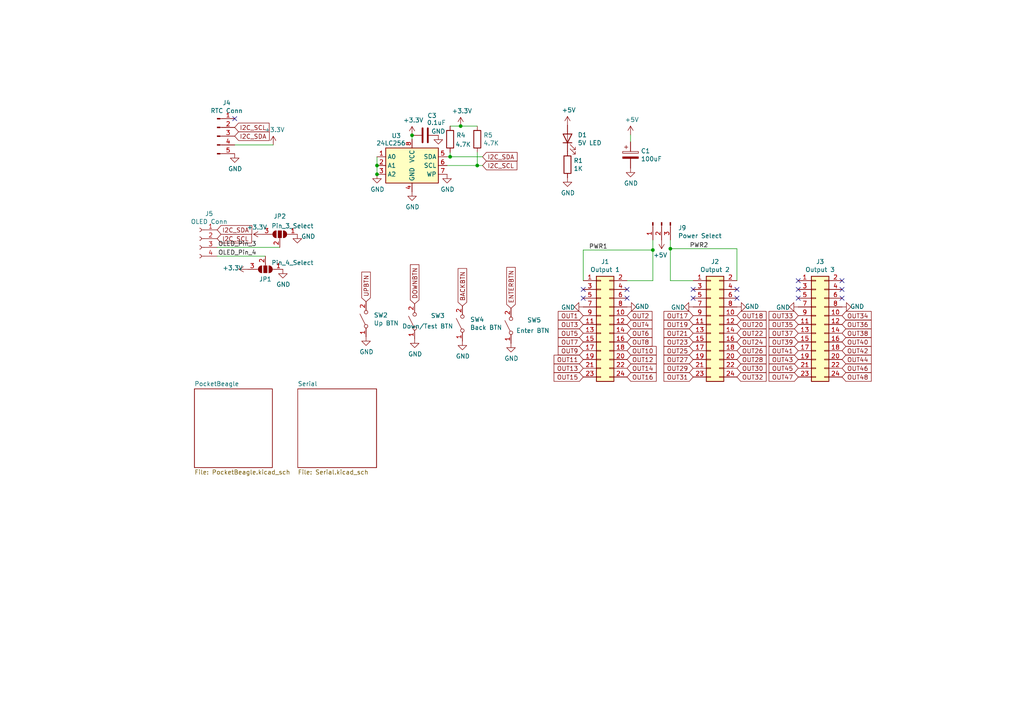
<source format=kicad_sch>
(kicad_sch (version 20211123) (generator eeschema)
  (paper "A4")
  (title_block (title "BBB 16 Flex") (date "2021-05-12") (rev "v2") (company "Scott Hanson"))
  (lib_symbols
    (symbol "BBB_16_Flex-rescue:CP-Device" (pin_numbers hide) (pin_names (offset 0.254))
      (property "Reference" "C" (at 0.635 2.54 0))
      (property "Value" "CP-Device" (at 0.635 -2.54 0))
      (symbol "CP-Device_0_1"
        (rectangle (start -2.286 0.508) (end 2.286 1.016))
        (polyline (pts (xy -1.778 2.286) (xy -0.762 2.286)))
        (polyline (pts (xy -1.27 2.794) (xy -1.27 1.778)))
        (rectangle (start 2.286 -0.508) (end -2.286 -1.016) (fill (type outline)))
      )
      (symbol "CP-Device_1_1"
        (pin passive line (at 0 3.81 270) (length 2.794) (name "~") (number "1"))
        (pin passive line (at 0 -3.81 90) (length 2.794) (name "~") (number "2"))
      )
    )
    (symbol "Connector:Conn_01x03_Male" (pin_names (offset 1.016) hide)
      (property "Reference" "J" (at 0 5.08 0))
      (property "Value" "Conn_01x03_Male" (at 0 -5.08 0))
      (symbol "Conn_01x03_Male_1_1"
        (polyline (pts (xy 1.27 -2.54) (xy 0.8636 -2.54)) (stroke (width 0.1524)))
        (polyline (pts (xy 1.27 0) (xy 0.8636 0)) (stroke (width 0.1524)))
        (polyline (pts (xy 1.27 2.54) (xy 0.8636 2.54)) (stroke (width 0.1524)))
        (rectangle (start 0.8636 -2.413) (end 0 -2.667) (stroke (width 0.1524)) (fill (type outline)))
        (rectangle (start 0.8636 0.127) (end 0 -0.127) (stroke (width 0.1524)) (fill (type outline)))
        (rectangle (start 0.8636 2.667) (end 0 2.413) (stroke (width 0.1524)) (fill (type outline)))
        (pin passive line (at 5.08 2.54 180) (length 3.81) (name "Pin_1") (number "1"))
        (pin passive line (at 5.08 0 180) (length 3.81) (name "Pin_2") (number "2"))
        (pin passive line (at 5.08 -2.54 180) (length 3.81) (name "Pin_3") (number "3"))
      )
    )
    (symbol "Connector:Conn_01x04_Female" (pin_names (offset 1.016) hide)
      (property "Reference" "J" (at 0 5.08 0))
      (property "Value" "Conn_01x04_Female" (at 0 -7.62 0))
      (symbol "Conn_01x04_Female_1_1"
        (arc (start 0 -4.572) (mid -0.508 -5.08) (end 0 -5.588) (stroke (width 0.1524)))
        (arc (start 0 -2.032) (mid -0.508 -2.54) (end 0 -3.048) (stroke (width 0.1524)))
        (polyline (pts (xy -1.27 -5.08) (xy -0.508 -5.08)) (stroke (width 0.1524)))
        (polyline (pts (xy -1.27 -2.54) (xy -0.508 -2.54)) (stroke (width 0.1524)))
        (polyline (pts (xy -1.27 0) (xy -0.508 0)) (stroke (width 0.1524)))
        (polyline (pts (xy -1.27 2.54) (xy -0.508 2.54)) (stroke (width 0.1524)))
        (arc (start 0 0.508) (mid -0.508 0) (end 0 -0.508) (stroke (width 0.1524)))
        (arc (start 0 3.048) (mid -0.508 2.54) (end 0 2.032) (stroke (width 0.1524)))
        (pin passive line (at -5.08 2.54 0) (length 3.81) (name "Pin_1") (number "1"))
        (pin passive line (at -5.08 0 0) (length 3.81) (name "Pin_2") (number "2"))
        (pin passive line (at -5.08 -2.54 0) (length 3.81) (name "Pin_3") (number "3"))
        (pin passive line (at -5.08 -5.08 0) (length 3.81) (name "Pin_4") (number "4"))
      )
    )
    (symbol "Connector:Conn_01x05_Male" (pin_names (offset 1.016) hide)
      (property "Reference" "J" (at 0 7.62 0))
      (property "Value" "Conn_01x05_Male" (at 0 -7.62 0))
      (symbol "Conn_01x05_Male_1_1"
        (polyline (pts (xy 1.27 -5.08) (xy 0.8636 -5.08)) (stroke (width 0.1524)))
        (polyline (pts (xy 1.27 -2.54) (xy 0.8636 -2.54)) (stroke (width 0.1524)))
        (polyline (pts (xy 1.27 0) (xy 0.8636 0)) (stroke (width 0.1524)))
        (polyline (pts (xy 1.27 2.54) (xy 0.8636 2.54)) (stroke (width 0.1524)))
        (polyline (pts (xy 1.27 5.08) (xy 0.8636 5.08)) (stroke (width 0.1524)))
        (rectangle (start 0.8636 -4.953) (end 0 -5.207) (stroke (width 0.1524)) (fill (type outline)))
        (rectangle (start 0.8636 -2.413) (end 0 -2.667) (stroke (width 0.1524)) (fill (type outline)))
        (rectangle (start 0.8636 0.127) (end 0 -0.127) (stroke (width 0.1524)) (fill (type outline)))
        (rectangle (start 0.8636 2.667) (end 0 2.413) (stroke (width 0.1524)) (fill (type outline)))
        (rectangle (start 0.8636 5.207) (end 0 4.953) (stroke (width 0.1524)) (fill (type outline)))
        (pin passive line (at 5.08 5.08 180) (length 3.81) (name "Pin_1") (number "1"))
        (pin passive line (at 5.08 2.54 180) (length 3.81) (name "Pin_2") (number "2"))
        (pin passive line (at 5.08 0 180) (length 3.81) (name "Pin_3") (number "3"))
        (pin passive line (at 5.08 -2.54 180) (length 3.81) (name "Pin_4") (number "4"))
        (pin passive line (at 5.08 -5.08 180) (length 3.81) (name "Pin_5") (number "5"))
      )
    )
    (symbol "Connector_Generic:Conn_02x12_Odd_Even" (pin_names (offset 1.016) hide)
      (property "Reference" "J" (at 1.27 15.24 0))
      (property "Value" "Conn_02x12_Odd_Even" (at 1.27 -17.78 0))
      (symbol "Conn_02x12_Odd_Even_1_1"
        (rectangle (start -1.27 -15.113) (end 0 -15.367) (stroke (width 0.1524)))
        (rectangle (start -1.27 -12.573) (end 0 -12.827) (stroke (width 0.1524)))
        (rectangle (start -1.27 -10.033) (end 0 -10.287) (stroke (width 0.1524)))
        (rectangle (start -1.27 -7.493) (end 0 -7.747) (stroke (width 0.1524)))
        (rectangle (start -1.27 -4.953) (end 0 -5.207) (stroke (width 0.1524)))
        (rectangle (start -1.27 -2.413) (end 0 -2.667) (stroke (width 0.1524)))
        (rectangle (start -1.27 0.127) (end 0 -0.127) (stroke (width 0.1524)))
        (rectangle (start -1.27 2.667) (end 0 2.413) (stroke (width 0.1524)))
        (rectangle (start -1.27 5.207) (end 0 4.953) (stroke (width 0.1524)))
        (rectangle (start -1.27 7.747) (end 0 7.493) (stroke (width 0.1524)))
        (rectangle (start -1.27 10.287) (end 0 10.033) (stroke (width 0.1524)))
        (rectangle (start -1.27 12.827) (end 0 12.573) (stroke (width 0.1524)))
        (rectangle (start -1.27 13.97) (end 3.81 -16.51) (stroke (width 0.254)) (fill (type background)))
        (rectangle (start 3.81 -15.113) (end 2.54 -15.367) (stroke (width 0.1524)))
        (rectangle (start 3.81 -12.573) (end 2.54 -12.827) (stroke (width 0.1524)))
        (rectangle (start 3.81 -10.033) (end 2.54 -10.287) (stroke (width 0.1524)))
        (rectangle (start 3.81 -7.493) (end 2.54 -7.747) (stroke (width 0.1524)))
        (rectangle (start 3.81 -4.953) (end 2.54 -5.207) (stroke (width 0.1524)))
        (rectangle (start 3.81 -2.413) (end 2.54 -2.667) (stroke (width 0.1524)))
        (rectangle (start 3.81 0.127) (end 2.54 -0.127) (stroke (width 0.1524)))
        (rectangle (start 3.81 2.667) (end 2.54 2.413) (stroke (width 0.1524)))
        (rectangle (start 3.81 5.207) (end 2.54 4.953) (stroke (width 0.1524)))
        (rectangle (start 3.81 7.747) (end 2.54 7.493) (stroke (width 0.1524)))
        (rectangle (start 3.81 10.287) (end 2.54 10.033) (stroke (width 0.1524)))
        (rectangle (start 3.81 12.827) (end 2.54 12.573) (stroke (width 0.1524)))
        (pin passive line (at -5.08 12.7 0) (length 3.81) (name "Pin_1") (number "1"))
        (pin passive line (at 7.62 2.54 180) (length 3.81) (name "Pin_10") (number "10"))
        (pin passive line (at -5.08 0 0) (length 3.81) (name "Pin_11") (number "11"))
        (pin passive line (at 7.62 0 180) (length 3.81) (name "Pin_12") (number "12"))
        (pin passive line (at -5.08 -2.54 0) (length 3.81) (name "Pin_13") (number "13"))
        (pin passive line (at 7.62 -2.54 180) (length 3.81) (name "Pin_14") (number "14"))
        (pin passive line (at -5.08 -5.08 0) (length 3.81) (name "Pin_15") (number "15"))
        (pin passive line (at 7.62 -5.08 180) (length 3.81) (name "Pin_16") (number "16"))
        (pin passive line (at -5.08 -7.62 0) (length 3.81) (name "Pin_17") (number "17"))
        (pin passive line (at 7.62 -7.62 180) (length 3.81) (name "Pin_18") (number "18"))
        (pin passive line (at -5.08 -10.16 0) (length 3.81) (name "Pin_19") (number "19"))
        (pin passive line (at 7.62 12.7 180) (length 3.81) (name "Pin_2") (number "2"))
        (pin passive line (at 7.62 -10.16 180) (length 3.81) (name "Pin_20") (number "20"))
        (pin passive line (at -5.08 -12.7 0) (length 3.81) (name "Pin_21") (number "21"))
        (pin passive line (at 7.62 -12.7 180) (length 3.81) (name "Pin_22") (number "22"))
        (pin passive line (at -5.08 -15.24 0) (length 3.81) (name "Pin_23") (number "23"))
        (pin passive line (at 7.62 -15.24 180) (length 3.81) (name "Pin_24") (number "24"))
        (pin passive line (at -5.08 10.16 0) (length 3.81) (name "Pin_3") (number "3"))
        (pin passive line (at 7.62 10.16 180) (length 3.81) (name "Pin_4") (number "4"))
        (pin passive line (at -5.08 7.62 0) (length 3.81) (name "Pin_5") (number "5"))
        (pin passive line (at 7.62 7.62 180) (length 3.81) (name "Pin_6") (number "6"))
        (pin passive line (at -5.08 5.08 0) (length 3.81) (name "Pin_7") (number "7"))
        (pin passive line (at 7.62 5.08 180) (length 3.81) (name "Pin_8") (number "8"))
        (pin passive line (at -5.08 2.54 0) (length 3.81) (name "Pin_9") (number "9"))
      )
    )
    (symbol "Device:C" (pin_numbers hide) (pin_names (offset 0.254))
      (property "Reference" "C" (at 0.635 2.54 0))
      (property "Value" "C" (at 0.635 -2.54 0))
      (symbol "C_0_1"
        (polyline (pts (xy -2.032 -0.762) (xy 2.032 -0.762)) (stroke (width 0.508)))
        (polyline (pts (xy -2.032 0.762) (xy 2.032 0.762)) (stroke (width 0.508)))
      )
      (symbol "C_1_1"
        (pin passive line (at 0 3.81 270) (length 2.794) (name "~") (number "1"))
        (pin passive line (at 0 -3.81 90) (length 2.794) (name "~") (number "2"))
      )
    )
    (symbol "Device:LED" (pin_numbers hide) (pin_names (offset 1.016) hide)
      (property "Reference" "D" (at 0 2.54 0))
      (property "Value" "LED" (at 0 -2.54 0))
      (symbol "LED_0_1"
        (polyline (pts (xy -1.27 -1.27) (xy -1.27 1.27)) (stroke (width 0.254)))
        (polyline (pts (xy -1.27 0) (xy 1.27 0)))
        (polyline (pts (xy 1.27 -1.27) (xy 1.27 1.27) (xy -1.27 0) (xy 1.27 -1.27)) (stroke (width 0.254)))
        (polyline (pts (xy -3.048 -0.762) (xy -4.572 -2.286) (xy -3.81 -2.286) (xy -4.572 -2.286) (xy -4.572 -1.524)))
        (polyline (pts (xy -1.778 -0.762) (xy -3.302 -2.286) (xy -2.54 -2.286) (xy -3.302 -2.286) (xy -3.302 -1.524)))
      )
      (symbol "LED_1_1"
        (pin passive line (at -3.81 0 0) (length 2.54) (name "K") (number "1"))
        (pin passive line (at 3.81 0 180) (length 2.54) (name "A") (number "2"))
      )
    )
    (symbol "Device:R" (pin_numbers hide) (pin_names (offset 0))
      (property "Reference" "R" (at 2.032 0 90))
      (property "Value" "R" (at 0 0 90))
      (symbol "R_0_1"
        (rectangle (start -1.016 -2.54) (end 1.016 2.54) (stroke (width 0.254)))
      )
      (symbol "R_1_1"
        (pin passive line (at 0 3.81 270) (length 1.27) (name "~") (number "1"))
        (pin passive line (at 0 -3.81 90) (length 1.27) (name "~") (number "2"))
      )
    )
    (symbol "Jumper:SolderJumper_3_Open" (pin_names (offset 0) hide)
      (property "Reference" "JP" (at -2.54 -2.54 0))
      (property "Value" "SolderJumper_3_Open" (at 0 2.794 0))
      (symbol "SolderJumper_3_Open_0_1"
        (arc (start -1.016 1.016) (mid -2.032 0) (end -1.016 -1.016))
        (arc (start -1.016 1.016) (mid -2.032 0) (end -1.016 -1.016) (fill (type outline)))
        (rectangle (start -0.508 1.016) (end 0.508 -1.016) (fill (type outline)))
        (polyline (pts (xy -2.54 0) (xy -2.032 0)))
        (polyline (pts (xy -1.016 1.016) (xy -1.016 -1.016)))
        (polyline (pts (xy 0 -1.27) (xy 0 -1.016)))
        (polyline (pts (xy 1.016 1.016) (xy 1.016 -1.016)))
        (polyline (pts (xy 2.54 0) (xy 2.032 0)))
        (arc (start 1.016 -1.016) (mid 2.032 0) (end 1.016 1.016))
        (arc (start 1.016 -1.016) (mid 2.032 0) (end 1.016 1.016) (fill (type outline)))
      )
      (symbol "SolderJumper_3_Open_1_1"
        (pin passive line (at -5.08 0 0) (length 2.54) (name "A") (number "1"))
        (pin passive line (at 0 -3.81 90) (length 2.54) (name "C") (number "2"))
        (pin passive line (at 5.08 0 180) (length 2.54) (name "B") (number "3"))
      )
    )
    (symbol "Memory_EEPROM:24LC256"
      (property "Reference" "U" (at -6.35 6.35 0))
      (property "Value" "24LC256" (at 1.27 6.35 0))
      (symbol "24LC256_1_1"
        (rectangle (start -7.62 5.08) (end 7.62 -5.08) (stroke (width 0.254)) (fill (type background)))
        (pin input line (at -10.16 2.54 0) (length 2.54) (name "A0") (number "1"))
        (pin input line (at -10.16 0 0) (length 2.54) (name "A1") (number "2"))
        (pin input line (at -10.16 -2.54 0) (length 2.54) (name "A2") (number "3"))
        (pin power_in line (at 0 -7.62 90) (length 2.54) (name "GND") (number "4"))
        (pin bidirectional line (at 10.16 2.54 180) (length 2.54) (name "SDA") (number "5"))
        (pin input line (at 10.16 0 180) (length 2.54) (name "SCL") (number "6"))
        (pin input line (at 10.16 -2.54 180) (length 2.54) (name "WP") (number "7"))
        (pin power_in line (at 0 7.62 270) (length 2.54) (name "VCC") (number "8"))
      )
    )
    (symbol "Switch:SW_SPST" (pin_names (offset 0) hide)
      (property "Reference" "SW" (at 0 3.175 0))
      (property "Value" "SW_SPST" (at 0 -2.54 0))
      (symbol "SW_SPST_0_0"
        (circle (center -2.032 0) (radius 0.508))
        (polyline (pts (xy -1.524 0.254) (xy 1.524 1.778)))
        (circle (center 2.032 0) (radius 0.508))
      )
      (symbol "SW_SPST_1_1"
        (pin passive line (at -5.08 0 0) (length 2.54) (name "A") (number "1"))
        (pin passive line (at 5.08 0 180) (length 2.54) (name "B") (number "2"))
      )
    )
    (symbol "power:+3.3V" (power) (pin_names (offset 0))
      (property "Value" "+3.3V" (at 0 3.556 0))
      (symbol "+3.3V_0_1"
        (polyline (pts (xy -0.762 1.27) (xy 0 2.54)))
        (polyline (pts (xy 0 0) (xy 0 2.54)))
        (polyline (pts (xy 0 2.54) (xy 0.762 1.27)))
      )
      (symbol "+3.3V_1_1"
        (pin power_in line (at 0 0 90) (length 0) hide (name "+3.3V") (number "1"))
      )
    )
    (symbol "power:+5V" (power) (pin_names (offset 0))
      (property "Value" "+5V" (at 0 3.556 0))
      (symbol "+5V_0_1"
        (polyline (pts (xy -0.762 1.27) (xy 0 2.54)))
        (polyline (pts (xy 0 0) (xy 0 2.54)))
        (polyline (pts (xy 0 2.54) (xy 0.762 1.27)))
      )
      (symbol "+5V_1_1"
        (pin power_in line (at 0 0 90) (length 0) hide (name "+5V") (number "1"))
      )
    )
    (symbol "power:GND" (power) (pin_names (offset 0))
      (property "Value" "GND" (at 0 -3.81 0))
      (symbol "GND_0_1"
        (polyline (pts (xy 0 0) (xy 0 -1.27) (xy 1.27 -1.27) (xy 0 -2.54) (xy -1.27 -1.27) (xy 0 -1.27)))
      )
      (symbol "GND_1_1"
        (pin power_in line (at 0 0 270) (length 0) hide (name "GND") (number "1"))
      )
    )
  )
  (junction (at 119.507 39.243))
  (junction (at 109.347 50.546))
  (junction (at 133.604 36.576))
  (junction (at 194.437 72.136))
  (junction (at 130.556 45.466))
  (junction (at 189.357 72.517))
  (junction (at 138.43 48.006))
  (junction (at 109.347 48.006))
  (no_connect (at 169.164 86.487))
  (no_connect (at 68.072 34.417))
  (no_connect (at 201.041 83.947))
  (no_connect (at 244.221 81.407))
  (no_connect (at 244.221 83.947))
  (no_connect (at 231.521 86.487))
  (no_connect (at 213.741 83.947))
  (no_connect (at 213.741 86.487))
  (no_connect (at 169.164 83.947))
  (no_connect (at 181.864 83.947))
  (no_connect (at 201.041 86.487))
  (no_connect (at 181.864 86.487))
  (no_connect (at 244.221 86.487))
  (no_connect (at 231.521 83.947))
  (no_connect (at 231.521 81.407))
  (wire (pts (xy 213.741 81.407) (xy 213.741 72.136)))
  (wire (pts (xy 129.667 45.466) (xy 130.556 45.466)))
  (wire (pts (xy 62.992 71.755) (xy 81.153 71.755)))
  (wire (pts (xy 194.437 72.136) (xy 194.437 81.407)))
  (wire (pts (xy 194.437 81.407) (xy 201.041 81.407)))
  (wire (pts (xy 169.164 72.517) (xy 189.357 72.517)))
  (wire (pts (xy 68.072 42.037) (xy 79.248 42.037)))
  (wire (pts (xy 129.667 48.006) (xy 138.43 48.006)))
  (wire (pts (xy 109.347 45.466) (xy 109.347 48.006)))
  (wire (pts (xy 194.437 72.136) (xy 194.437 69.596)))
  (wire (pts (xy 133.604 36.576) (xy 138.43 36.576)))
  (wire (pts (xy 130.556 45.466) (xy 139.954 45.466)))
  (wire (pts (xy 189.357 72.517) (xy 189.357 81.407)))
  (wire (pts (xy 189.357 81.407) (xy 181.864 81.407)))
  (wire (pts (xy 189.357 69.596) (xy 189.357 72.517)))
  (wire (pts (xy 119.507 40.386) (xy 119.507 39.243)))
  (wire (pts (xy 138.43 44.196) (xy 138.43 48.006)))
  (wire (pts (xy 62.992 74.295) (xy 76.962 74.295)))
  (wire (pts (xy 169.164 81.407) (xy 169.164 72.517)))
  (wire (pts (xy 213.741 72.136) (xy 194.437 72.136)))
  (wire (pts (xy 130.556 44.196) (xy 130.556 45.466)))
  (wire (pts (xy 182.88 41.148) (xy 182.88 39.116)))
  (wire (pts (xy 130.556 36.576) (xy 133.604 36.576)))
  (wire (pts (xy 138.43 48.006) (xy 139.954 48.006)))
  (wire (pts (xy 109.347 48.006) (xy 109.347 50.546)))
  (label "PWR1" (at 170.815 72.517 0))
  (label "PWR2" (at 200.025 72.136 0))
  (label "OLED_Pin_4" (at 63.246 74.295 0))
  (label "OLED_Pin_3" (at 63.246 71.755 0))
  (global_label "OUT16" (shape input) (at 181.864 109.347 0) (property "Intersheet References" "${INTERSHEET_REFS}" (effects hide)))
  (global_label "I2C_SDA" (shape input) (at 139.954 45.466 0) (property "Intersheet References" "${INTERSHEET_REFS}" (effects hide)))
  (global_label "OUT25" (shape input) (at 201.041 101.727 180) (property "Intersheet References" "${INTERSHEET_REFS}" (effects hide)))
  (global_label "OUT39" (shape input) (at 231.521 99.187 180) (property "Intersheet References" "${INTERSHEET_REFS}" (effects hide)))
  (global_label "OUT38" (shape input) (at 244.221 96.647 0) (property "Intersheet References" "${INTERSHEET_REFS}" (effects hide)))
  (global_label "OUT46" (shape input) (at 244.221 106.807 0) (property "Intersheet References" "${INTERSHEET_REFS}" (effects hide)))
  (global_label "OUT2" (shape input) (at 181.864 91.567 0) (property "Intersheet References" "${INTERSHEET_REFS}" (effects hide)))
  (global_label "OUT1" (shape input) (at 169.164 91.567 180) (property "Intersheet References" "${INTERSHEET_REFS}" (effects hide)))
  (global_label "OUT17" (shape input) (at 201.041 91.567 180) (property "Intersheet References" "${INTERSHEET_REFS}" (effects hide)))
  (global_label "OUT3" (shape input) (at 169.164 94.107 180) (property "Intersheet References" "${INTERSHEET_REFS}" (effects hide)))
  (global_label "I2C_SCL" (shape input) (at 68.072 36.957 0) (property "Intersheet References" "${INTERSHEET_REFS}" (effects hide)))
  (global_label "OUT20" (shape input) (at 213.741 94.107 0) (property "Intersheet References" "${INTERSHEET_REFS}" (effects hide)))
  (global_label "OUT42" (shape input) (at 244.221 101.727 0) (property "Intersheet References" "${INTERSHEET_REFS}" (effects hide)))
  (global_label "OUT6" (shape input) (at 181.864 96.647 0) (property "Intersheet References" "${INTERSHEET_REFS}" (effects hide)))
  (global_label "BACKBTN" (shape input) (at 134.112 88.773 90) (property "Intersheet References" "${INTERSHEET_REFS}" (effects hide)))
  (global_label "OUT13" (shape input) (at 169.164 106.807 180) (property "Intersheet References" "${INTERSHEET_REFS}" (effects hide)))
  (global_label "OUT47" (shape input) (at 231.521 109.347 180) (property "Intersheet References" "${INTERSHEET_REFS}" (effects hide)))
  (global_label "OUT27" (shape input) (at 201.041 104.267 180) (property "Intersheet References" "${INTERSHEET_REFS}" (effects hide)))
  (global_label "OUT43" (shape input) (at 231.521 104.267 180) (property "Intersheet References" "${INTERSHEET_REFS}" (effects hide)))
  (global_label "OUT35" (shape input) (at 231.521 94.107 180) (property "Intersheet References" "${INTERSHEET_REFS}" (effects hide)))
  (global_label "OUT10" (shape input) (at 181.864 101.727 0) (property "Intersheet References" "${INTERSHEET_REFS}" (effects hide)))
  (global_label "OUT19" (shape input) (at 201.041 94.107 180) (property "Intersheet References" "${INTERSHEET_REFS}" (effects hide)))
  (global_label "OUT7" (shape input) (at 169.164 99.187 180) (property "Intersheet References" "${INTERSHEET_REFS}" (effects hide)))
  (global_label "OUT40" (shape input) (at 244.221 99.187 0) (property "Intersheet References" "${INTERSHEET_REFS}" (effects hide)))
  (global_label "I2C_SCL" (shape input) (at 62.992 69.215 0) (property "Intersheet References" "${INTERSHEET_REFS}" (effects hide)))
  (global_label "OUT30" (shape input) (at 213.741 106.807 0) (property "Intersheet References" "${INTERSHEET_REFS}" (effects hide)))
  (global_label "OUT41" (shape input) (at 231.521 101.727 180) (property "Intersheet References" "${INTERSHEET_REFS}" (effects hide)))
  (global_label "OUT11" (shape input) (at 169.164 104.267 180) (property "Intersheet References" "${INTERSHEET_REFS}" (effects hide)))
  (global_label "OUT34" (shape input) (at 244.221 91.567 0) (property "Intersheet References" "${INTERSHEET_REFS}" (effects hide)))
  (global_label "OUT32" (shape input) (at 213.741 109.347 0) (property "Intersheet References" "${INTERSHEET_REFS}" (effects hide)))
  (global_label "OUT33" (shape input) (at 231.521 91.567 180) (property "Intersheet References" "${INTERSHEET_REFS}" (effects hide)))
  (global_label "DOWNBTN" (shape input) (at 120.269 88.138 90) (property "Intersheet References" "${INTERSHEET_REFS}" (effects hide)))
  (global_label "I2C_SDA" (shape input) (at 68.072 39.497 0) (property "Intersheet References" "${INTERSHEET_REFS}" (effects hide)))
  (global_label "OUT22" (shape input) (at 213.741 96.647 0) (property "Intersheet References" "${INTERSHEET_REFS}" (effects hide)))
  (global_label "I2C_SDA" (shape input) (at 62.992 66.675 0) (property "Intersheet References" "${INTERSHEET_REFS}" (effects hide)))
  (global_label "OUT28" (shape input) (at 213.741 104.267 0) (property "Intersheet References" "${INTERSHEET_REFS}" (effects hide)))
  (global_label "OUT31" (shape input) (at 201.041 109.347 180) (property "Intersheet References" "${INTERSHEET_REFS}" (effects hide)))
  (global_label "OUT18" (shape input) (at 213.741 91.567 0) (property "Intersheet References" "${INTERSHEET_REFS}" (effects hide)))
  (global_label "OUT37" (shape input) (at 231.521 96.647 180) (property "Intersheet References" "${INTERSHEET_REFS}" (effects hide)))
  (global_label "ENTERBTN" (shape input) (at 148.209 89.408 90) (property "Intersheet References" "${INTERSHEET_REFS}" (effects hide)))
  (global_label "OUT24" (shape input) (at 213.741 99.187 0) (property "Intersheet References" "${INTERSHEET_REFS}" (effects hide)))
  (global_label "OUT26" (shape input) (at 213.741 101.727 0) (property "Intersheet References" "${INTERSHEET_REFS}" (effects hide)))
  (global_label "OUT8" (shape input) (at 181.864 99.187 0) (property "Intersheet References" "${INTERSHEET_REFS}" (effects hide)))
  (global_label "OUT48" (shape input) (at 244.221 109.347 0) (property "Intersheet References" "${INTERSHEET_REFS}" (effects hide)))
  (global_label "OUT15" (shape input) (at 169.164 109.347 180) (property "Intersheet References" "${INTERSHEET_REFS}" (effects hide)))
  (global_label "OUT44" (shape input) (at 244.221 104.267 0) (property "Intersheet References" "${INTERSHEET_REFS}" (effects hide)))
  (global_label "UPBTN" (shape input) (at 106.172 87.503 90) (property "Intersheet References" "${INTERSHEET_REFS}" (effects hide)))
  (global_label "OUT12" (shape input) (at 181.864 104.267 0) (property "Intersheet References" "${INTERSHEET_REFS}" (effects hide)))
  (global_label "OUT5" (shape input) (at 169.164 96.647 180) (property "Intersheet References" "${INTERSHEET_REFS}" (effects hide)))
  (global_label "OUT14" (shape input) (at 181.864 106.807 0) (property "Intersheet References" "${INTERSHEET_REFS}" (effects hide)))
  (global_label "OUT29" (shape input) (at 201.041 106.807 180) (property "Intersheet References" "${INTERSHEET_REFS}" (effects hide)))
  (global_label "OUT45" (shape input) (at 231.521 106.807 180) (property "Intersheet References" "${INTERSHEET_REFS}" (effects hide)))
  (global_label "I2C_SCL" (shape input) (at 139.954 48.006 0) (property "Intersheet References" "${INTERSHEET_REFS}" (effects hide)))
  (global_label "OUT36" (shape input) (at 244.221 94.107 0) (property "Intersheet References" "${INTERSHEET_REFS}" (effects hide)))
  (global_label "OUT4" (shape input) (at 181.864 94.107 0) (property "Intersheet References" "${INTERSHEET_REFS}" (effects hide)))
  (global_label "OUT9" (shape input) (at 169.164 101.727 180) (property "Intersheet References" "${INTERSHEET_REFS}" (effects hide)))
  (global_label "OUT21" (shape input) (at 201.041 96.647 180) (property "Intersheet References" "${INTERSHEET_REFS}" (effects hide)))
  (global_label "OUT23" (shape input) (at 201.041 99.187 180) (property "Intersheet References" "${INTERSHEET_REFS}" (effects hide)))
  (symbol (lib_id "BBB_16_Flex-rescue:CP-Device") (at 182.88 44.958 0) (unit 1)
    (property "Reference" "C1" (at 185.8772 43.7896 0) (effects (justify left)))
    (property "Value" "100uF" (at 185.8772 46.101 0) (effects (justify left)))
    (property "Footprint" "Capacitor_SMD:CP_Elec_6.3x5.4_Nichicon" (effects hide))
    (property "Digi-Key_PN" "493-2105-1-ND" (effects hide))
    (property "MPN" "UWX1C101MCL1GB" (effects hide))
    (property "LCSC" "C134723" (effects hide))
  )
  (symbol (lib_id "power:GND") (at 182.88 48.768 0) (unit 1)
    (property "Reference" "#PWR024" (effects hide))
    (property "Value" "GND" (at 183.007 53.1622 0))
  )
  (symbol (lib_id "power:+5V") (at 182.88 39.116 0) (unit 1)
    (property "Reference" "#PWR023" (effects hide))
    (property "Value" "+5V" (at 183.261 34.7218 0))
  )
  (symbol (lib_id "Connector:Conn_01x05_Male") (at 62.992 39.497 0) (unit 1)
    (property "Reference" "J4" (at 65.7352 29.8196 0))
    (property "Value" "RTC Conn" (at 65.7352 32.131 0))
    (property "Footprint" "Connector_PinHeader_2.54mm:PinHeader_1x05_P2.54mm_Vertical" (effects hide))
    (property "Digi-Key_PN" "732-5318-ND" (effects hide))
    (property "MPN" "61300511121" (effects hide))
  )
  (symbol (lib_id "power:GND") (at 68.072 44.577 0) (unit 1)
    (property "Reference" "#PWR05" (effects hide))
    (property "Value" "GND" (at 68.199 48.9712 0))
  )
  (symbol (lib_id "Connector:Conn_01x04_Female") (at 57.912 69.215 0) (mirror y) (unit 1)
    (property "Reference" "J5" (at 60.6552 61.976 0))
    (property "Value" "OLED Conn" (at 60.6552 64.2874 0))
    (property "Footprint" "OLED-SSD1306-128X64-I2C:OLED-SSD1306-128X64-I2C-THT" (effects hide))
    (property "Digi-Key_PN" "S7002-ND" (effects hide))
    (property "MPN" "PPTC041LFBN-RC" (effects hide))
  )
  (symbol (lib_id "power:GND") (at 82.042 78.105 0) (unit 1)
    (property "Reference" "#PWR011" (effects hide))
    (property "Value" "GND" (at 82.169 82.4992 0))
  )
  (symbol (lib_id "power:+3.3V") (at 79.248 42.037 0) (unit 1)
    (property "Reference" "#PWR07" (effects hide))
    (property "Value" "+3.3V" (at 79.629 37.6428 0))
  )
  (symbol (lib_id "Device:R") (at 164.592 47.752 180) (unit 1)
    (property "Reference" "R1" (at 166.37 46.5836 0) (effects (justify right)))
    (property "Value" "1K" (at 166.37 48.895 0) (effects (justify right)))
    (property "Footprint" "Resistor_SMD:R_0805_2012Metric_Pad1.15x1.40mm_HandSolder" (effects hide))
    (property "Digi-Key_PN" "311-1.00KCRCT-ND" (effects hide))
    (property "MPN" "RC0805FR-071KL" (effects hide))
    (property "LCSC" "C17513" (effects hide))
  )
  (symbol (lib_id "Device:LED") (at 164.592 40.132 90) (unit 1)
    (property "Reference" "D1" (at 167.5638 39.1414 90) (effects (justify right)))
    (property "Value" "5V LED" (at 167.5638 41.4528 90) (effects (justify right)))
    (property "Footprint" "LED_SMD:LED_0805_2012Metric_Pad1.15x1.40mm_HandSolder" (effects hide))
    (property "Digi-Key_PN" "160-1423-1-ND" (effects hide))
    (property "MPN" "LTST-C171GKT" (effects hide))
    (property "LCSC" "C2297" (effects hide))
  )
  (symbol (lib_id "power:+5V") (at 164.592 36.322 0) (unit 1)
    (property "Reference" "#PWR030" (effects hide))
    (property "Value" "+5V" (at 164.973 31.9278 0))
  )
  (symbol (lib_id "power:GND") (at 164.592 51.562 0) (unit 1)
    (property "Reference" "#PWR031" (effects hide))
    (property "Value" "GND" (at 164.719 55.9562 0))
  )
  (symbol (lib_id "Memory_EEPROM:24LC256") (at 119.507 48.006 0) (unit 1)
    (property "Reference" "U3" (at 114.935 39.37 0))
    (property "Value" "24LC256" (at 113.411 41.529 0))
    (property "Footprint" "Package_SO:SOIC-8_3.9x4.9mm_P1.27mm" (effects hide))
    (property "Datasheet" "http://ww1.microchip.com/downloads/en/devicedoc/21203m.pdf" (effects hide))
    (property "Digi-Key_PN" "24LC256T-I/SNCT-ND" (effects hide))
    (property "MPN" "24LC256T-I/SN" (effects hide))
    (property "LCSC" "C6482" (effects hide))
  )
  (symbol (lib_id "Device:C") (at 123.317 39.243 270) (unit 1)
    (property "Reference" "C3" (at 123.952 33.528 90) (effects (justify left)))
    (property "Value" "0.1uF" (at 123.825 35.56 90) (effects (justify left)))
    (property "Footprint" "Capacitor_SMD:C_0805_2012Metric_Pad1.15x1.40mm_HandSolder" (effects hide))
    (property "Digi-Key_PN" "1276-1007-1-ND" (effects hide))
    (property "MPN" "CL21F104ZBCNNNC" (effects hide))
    (property "LCSC" "C49678" (effects hide))
  )
  (symbol (lib_id "power:GND") (at 127.127 39.243 0) (unit 1)
    (property "Reference" "#PWR026" (effects hide))
    (property "Value" "GND" (at 127.127 38.1 0))
  )
  (symbol (lib_id "power:GND") (at 119.507 55.626 0) (unit 1)
    (property "Reference" "#PWR025" (effects hide))
    (property "Value" "GND" (at 119.634 60.0202 0))
  )
  (symbol (lib_id "power:GND") (at 109.347 50.546 0) (unit 1)
    (property "Reference" "#PWR021" (effects hide))
    (property "Value" "GND" (at 109.474 54.9402 0))
  )
  (symbol (lib_id "power:GND") (at 129.667 50.546 0) (unit 1)
    (property "Reference" "#PWR029" (effects hide))
    (property "Value" "GND" (at 129.794 54.9402 0))
  )
  (symbol (lib_id "Device:R") (at 130.556 40.386 0) (unit 1)
    (property "Reference" "R4" (at 132.334 39.2176 0) (effects (justify left)))
    (property "Value" "4.7K" (at 132.08 41.91 0) (effects (justify left)))
    (property "Footprint" "Resistor_SMD:R_0805_2012Metric_Pad1.15x1.40mm_HandSolder" (effects hide))
    (property "Digi-Key_PN" "311-4.7KARCT-ND" (effects hide))
    (property "MPN" "RC0805JR-074K7L" (effects hide))
    (property "LCSC" "C17673" (effects hide))
  )
  (symbol (lib_id "Device:R") (at 138.43 40.386 0) (unit 1)
    (property "Reference" "R5" (at 140.208 39.2176 0) (effects (justify left)))
    (property "Value" "4.7K" (at 140.208 41.529 0) (effects (justify left)))
    (property "Footprint" "Resistor_SMD:R_0805_2012Metric_Pad1.15x1.40mm_HandSolder" (effects hide))
    (property "Digi-Key_PN" "311-4.7KARCT-ND" (effects hide))
    (property "MPN" "RC0805JR-074K7L" (effects hide))
    (property "LCSC" "C17673" (effects hide))
  )
  (symbol (lib_id "Switch:SW_SPST") (at 106.172 92.583 90) (unit 1)
    (property "Reference" "SW2" (at 108.4072 91.4146 90) (effects (justify right)))
    (property "Value" "Up BTN" (at 108.4072 93.726 90) (effects (justify right)))
    (property "Footprint" "Button_Switch_THT:SW_PUSH_6mm" (effects hide))
    (property "Digi-Key_PN" "450-1650-ND" (effects hide))
    (property "MPN" "1825910-6" (effects hide))
  )
  (symbol (lib_id "Switch:SW_SPST") (at 120.269 93.218 90) (unit 1)
    (property "Reference" "SW3" (at 129.032 91.567 90) (effects (justify left)))
    (property "Value" "Down/Test BTN" (at 131.445 94.615 90) (effects (justify left)))
    (property "Footprint" "Button_Switch_THT:SW_PUSH_6mm" (effects hide))
    (property "Digi-Key_PN" "450-1650-ND" (effects hide))
    (property "MPN" "1825910-6" (effects hide))
  )
  (symbol (lib_id "power:GND") (at 120.269 98.298 0) (unit 1)
    (property "Reference" "#PWR048" (effects hide))
    (property "Value" "GND" (at 120.396 102.6922 0))
  )
  (symbol (lib_id "power:GND") (at 106.172 97.663 0) (unit 1)
    (property "Reference" "#PWR042" (effects hide))
    (property "Value" "GND" (at 106.299 102.0572 0))
  )
  (symbol (lib_id "Connector_Generic:Conn_02x12_Odd_Even") (at 174.244 94.107 0) (unit 1)
    (property "Reference" "J1" (at 175.514 75.8952 0))
    (property "Value" "Output 1" (at 175.514 78.2066 0))
    (property "Footprint" "302-S241:OST_302-S241" (effects hide))
    (property "Digi-Key_PN" "ED10525-ND" (effects hide))
    (property "MPN" "302-S241" (effects hide))
  )
  (symbol (lib_id "power:+5V") (at 191.897 69.596 180) (unit 1)
    (property "Reference" "#PWR0101" (effects hide))
    (property "Value" "+5V" (at 191.516 73.9902 0))
  )
  (symbol (lib_id "Connector_Generic:Conn_02x12_Odd_Even") (at 206.121 94.107 0) (unit 1)
    (property "Reference" "J2" (at 207.391 75.8952 0))
    (property "Value" "Output 2" (at 207.391 78.2066 0))
    (property "Footprint" "302-S241:OST_302-S241" (effects hide))
    (property "Digi-Key_PN" "ED10525-ND" (effects hide))
    (property "MPN" "302-S241" (effects hide))
  )
  (symbol (lib_id "power:GND") (at 181.864 89.027 90) (unit 1)
    (property "Reference" "#PWR0105" (effects hide))
    (property "Value" "GND" (at 186.2582 88.9 90))
  )
  (symbol (lib_id "power:GND") (at 169.164 89.027 270) (unit 1)
    (property "Reference" "#PWR0106" (effects hide))
    (property "Value" "GND" (at 164.7698 89.154 90))
  )
  (symbol (lib_id "power:GND") (at 201.041 89.027 270) (unit 1)
    (property "Reference" "#PWR0107" (effects hide))
    (property "Value" "GND" (at 196.6468 89.154 90))
  )
  (symbol (lib_id "power:GND") (at 213.741 89.027 90) (unit 1)
    (property "Reference" "#PWR0108" (effects hide))
    (property "Value" "GND" (at 218.1352 88.9 90))
  )
  (symbol (lib_id "Connector:Conn_01x03_Male") (at 191.897 64.516 90) (mirror x) (unit 1)
    (property "Reference" "J9" (at 196.6722 66.0908 90) (effects (justify right)))
    (property "Value" "Power Select" (at 196.6722 68.4022 90) (effects (justify right)))
    (property "Footprint" "Connector_PinHeader_2.54mm:PinHeader_1x03_P2.54mm_Vertical" (effects hide))
    (property "Digi-Key_PN" "732-5316-ND" (effects hide))
    (property "MPN" "61300311121" (effects hide))
  )
  (symbol (lib_id "power:GND") (at 231.521 89.027 270) (unit 1)
    (property "Reference" "#PWR0102" (effects hide))
    (property "Value" "GND" (at 227.1268 89.154 90))
  )
  (symbol (lib_id "power:GND") (at 244.221 89.027 90) (unit 1)
    (property "Reference" "#PWR0103" (effects hide))
    (property "Value" "GND" (at 248.6152 88.9 90))
  )
  (symbol (lib_id "Connector_Generic:Conn_02x12_Odd_Even") (at 236.601 94.107 0) (unit 1)
    (property "Reference" "J3" (at 237.871 75.8952 0))
    (property "Value" "Output 3" (at 237.871 78.2066 0))
    (property "Footprint" "302-S241:OST_302-S241" (effects hide))
    (property "Digi-Key_PN" "ED10525-ND" (effects hide))
    (property "MPN" "302-S241" (effects hide))
  )
  (symbol (lib_id "power:+3.3V") (at 119.507 39.243 0) (unit 1)
    (property "Reference" "#PWR0104" (effects hide))
    (property "Value" "+3.3V" (at 119.888 34.8488 0))
  )
  (symbol (lib_id "power:+3.3V") (at 133.604 36.576 0) (unit 1)
    (property "Reference" "#PWR0109" (effects hide))
    (property "Value" "+3.3V" (at 133.985 32.1818 0))
  )
  (symbol (lib_id "power:+3.3V") (at 71.882 78.105 90) (unit 1)
    (property "Reference" "#PWR0110" (effects hide))
    (property "Value" "+3.3V" (at 67.4878 77.724 90))
  )
  (symbol (lib_id "Jumper:SolderJumper_3_Open") (at 81.153 67.945 0) (mirror y) (unit 1)
    (property "Reference" "JP2" (at 81.153 62.738 0))
    (property "Value" "Pin_3_Select" (at 84.836 65.532 0))
    (property "Footprint" "Jumper:SolderJumper-3_P1.3mm_Open_Pad1.0x1.5mm" (effects hide))
  )
  (symbol (lib_id "Jumper:SolderJumper_3_Open") (at 76.962 78.105 180) (unit 1)
    (property "Reference" "JP1" (at 76.962 80.9752 0))
    (property "Value" "Pin_4_Select" (at 84.836 76.2 0))
    (property "Footprint" "Jumper:SolderJumper-3_P1.3mm_Open_Pad1.0x1.5mm" (effects hide))
  )
  (symbol (lib_id "power:+3.3V") (at 76.073 67.945 90) (unit 1)
    (property "Reference" "#PWR0111" (effects hide))
    (property "Value" "+3.3V" (at 74.549 65.913 90))
  )
  (symbol (lib_id "power:GND") (at 86.233 67.945 0) (unit 1)
    (property "Reference" "#PWR0112" (effects hide))
    (property "Value" "GND" (at 89.408 68.58 0))
  )
  (symbol (lib_id "Switch:SW_SPST") (at 134.112 93.853 90) (unit 1)
    (property "Reference" "SW4" (at 136.3472 92.6846 90) (effects (justify right)))
    (property "Value" "Back BTN" (at 136.3472 94.996 90) (effects (justify right)))
    (property "Footprint" "Button_Switch_THT:SW_PUSH_6mm" (effects hide))
    (property "Digi-Key_PN" "450-1650-ND" (effects hide))
    (property "MPN" "1825910-6" (effects hide))
  )
  (symbol (lib_id "Switch:SW_SPST") (at 148.209 94.488 90) (unit 1)
    (property "Reference" "SW5" (at 156.972 92.837 90) (effects (justify left)))
    (property "Value" "Enter BTN" (at 159.385 95.885 90) (effects (justify left)))
    (property "Footprint" "Button_Switch_THT:SW_PUSH_6mm" (effects hide))
    (property "Digi-Key_PN" "450-1650-ND" (effects hide))
    (property "MPN" "1825910-6" (effects hide))
  )
  (symbol (lib_id "power:GND") (at 148.209 99.568 0) (unit 1)
    (property "Reference" "#PWR0128" (effects hide))
    (property "Value" "GND" (at 148.336 103.9622 0))
  )
  (symbol (lib_id "power:GND") (at 134.112 98.933 0) (unit 1)
    (property "Reference" "#PWR0129" (effects hide))
    (property "Value" "GND" (at 134.239 103.3272 0))
  )
  (sheet (at 56.388 112.776) (size 22.606 22.86)
    (property "Sheet name" "PocketBeagle" (at 56.388 112.0644 0) (effects (justify left bottom)))
    (property "Sheet file" "PocketBeagle.kicad_sch" (at 56.388 136.2206 0) (effects (justify left top)))
  )
  (sheet (at 86.36 112.776) (size 22.86 22.86)
    (property "Sheet name" "Serial" (at 86.36 112.0644 0) (effects (justify left bottom)))
    (property "Sheet file" "Serial.kicad_sch" (at 86.36 136.2206 0) (effects (justify left top)))
  )
)
</source>
